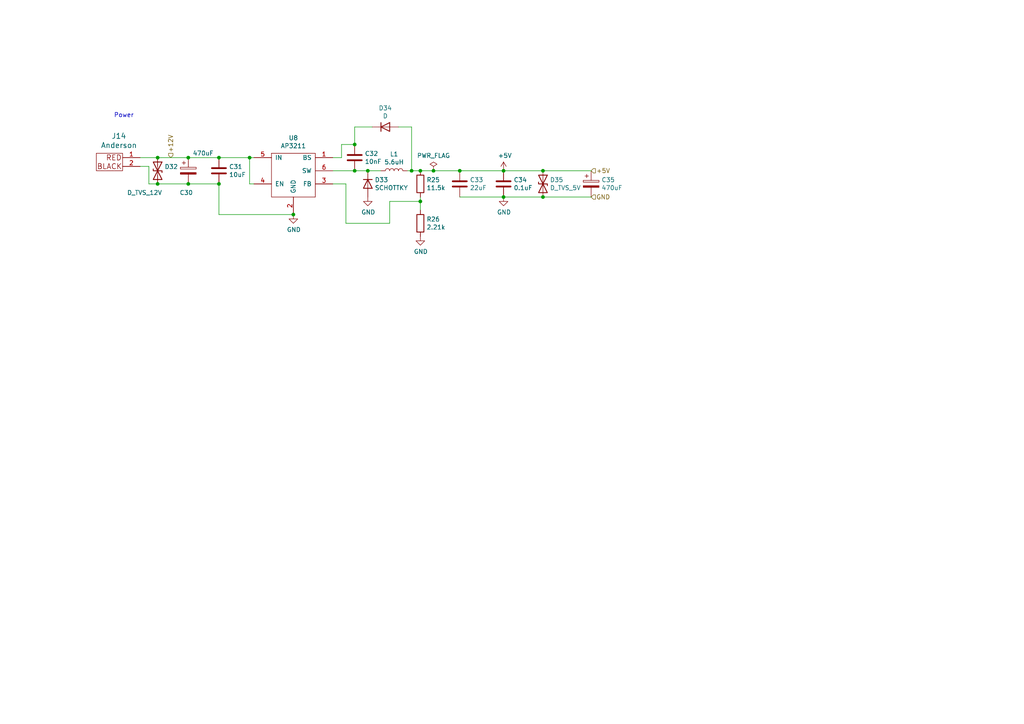
<source format=kicad_sch>
(kicad_sch (version 20211123) (generator eeschema)
  (paper "A4")
  (lib_symbols
    (symbol "Device:C" (pin_numbers hide) (pin_names (offset 0.254))
      (property "Reference" "C" (at 0.635 2.54 0))
      (property "Value" "C" (at 0.635 -2.54 0))
      (symbol "C_0_1"
        (polyline (pts (xy -2.032 -0.762) (xy 2.032 -0.762)) (stroke (width 0.508)))
        (polyline (pts (xy -2.032 0.762) (xy 2.032 0.762)) (stroke (width 0.508)))
      )
      (symbol "C_1_1"
        (pin passive line (at 0 3.81 270) (length 2.794) (name "~") (number "1"))
        (pin passive line (at 0 -3.81 90) (length 2.794) (name "~") (number "2"))
      )
    )
    (symbol "Device:CP" (pin_numbers hide) (pin_names (offset 0.254))
      (property "Reference" "C" (at 0.635 2.54 0))
      (property "Value" "Device_CP" (at 0.635 -2.54 0))
      (symbol "CP_0_1"
        (rectangle (start -2.286 0.508) (end 2.286 1.016))
        (polyline (pts (xy -1.778 2.286) (xy -0.762 2.286)))
        (polyline (pts (xy -1.27 2.794) (xy -1.27 1.778)))
        (rectangle (start 2.286 -0.508) (end -2.286 -1.016) (fill (type outline)))
      )
      (symbol "CP_1_1"
        (pin passive line (at 0 3.81 270) (length 2.794) (name "~") (number "1"))
        (pin passive line (at 0 -3.81 90) (length 2.794) (name "~") (number "2"))
      )
    )
    (symbol "Device:D" (pin_numbers hide) (pin_names (offset 1.016) hide)
      (property "Reference" "D" (at 0 2.54 0))
      (property "Value" "D" (at 0 -2.54 0))
      (symbol "D_0_1"
        (polyline (pts (xy -1.27 1.27) (xy -1.27 -1.27)) (stroke (width 0.254)))
        (polyline (pts (xy 1.27 0) (xy -1.27 0)))
        (polyline (pts (xy 1.27 1.27) (xy 1.27 -1.27) (xy -1.27 0) (xy 1.27 1.27)) (stroke (width 0.254)))
      )
      (symbol "D_1_1"
        (pin passive line (at -3.81 0 0) (length 2.54) (name "K") (number "1"))
        (pin passive line (at 3.81 0 180) (length 2.54) (name "A") (number "2"))
      )
    )
    (symbol "Device:D_TVS" (pin_numbers hide) (pin_names (offset 1.016) hide)
      (property "Reference" "D" (at 0 2.54 0))
      (property "Value" "D_TVS" (at 0 -2.54 0))
      (symbol "D_TVS_0_1"
        (polyline (pts (xy 1.27 0) (xy -1.27 0)))
        (polyline (pts (xy 0.508 1.27) (xy 0 1.27) (xy 0 -1.27) (xy -0.508 -1.27)) (stroke (width 0.254)))
        (polyline (pts (xy -2.54 1.27) (xy -2.54 -1.27) (xy 2.54 1.27) (xy 2.54 -1.27) (xy -2.54 1.27)) (stroke (width 0.254)))
      )
      (symbol "D_TVS_1_1"
        (pin passive line (at -3.81 0 0) (length 2.54) (name "A1") (number "1"))
        (pin passive line (at 3.81 0 180) (length 2.54) (name "A2") (number "2"))
      )
    )
    (symbol "Device:L" (pin_numbers hide) (pin_names (offset 1.016) hide)
      (property "Reference" "L" (at -1.27 0 90))
      (property "Value" "L" (at 1.905 0 90))
      (symbol "L_0_1"
        (arc (start 0 -2.54) (mid 0.635 -1.905) (end 0 -1.27))
        (arc (start 0 -1.27) (mid 0.635 -0.635) (end 0 0))
        (arc (start 0 0) (mid 0.635 0.635) (end 0 1.27))
        (arc (start 0 1.27) (mid 0.635 1.905) (end 0 2.54))
      )
      (symbol "L_1_1"
        (pin passive line (at 0 3.81 270) (length 1.27) (name "1") (number "1"))
        (pin passive line (at 0 -3.81 90) (length 1.27) (name "2") (number "2"))
      )
    )
    (symbol "Device:R" (pin_numbers hide) (pin_names (offset 0))
      (property "Reference" "R" (at 2.032 0 90))
      (property "Value" "R" (at 0 0 90))
      (symbol "R_0_1"
        (rectangle (start -1.016 -2.54) (end 1.016 2.54) (stroke (width 0.254)))
      )
      (symbol "R_1_1"
        (pin passive line (at 0 3.81 270) (length 1.27) (name "~") (number "1"))
        (pin passive line (at 0 -3.81 90) (length 1.27) (name "~") (number "2"))
      )
    )
    (symbol "colordance-brain-rescue:AP3211-Homebrew" (pin_names (offset 1.016))
      (property "Reference" "U" (at -17.78 -8.89 0))
      (property "Value" "colordance-brain-rescue_AP3211-Homebrew" (at -1.27 15.24 0))
      (symbol "AP3211-Homebrew_0_1"
        (rectangle (start -6.35 5.08) (end 6.35 5.08))
        (rectangle (start 6.35 -7.62) (end -6.35 5.08))
        (rectangle (start 6.35 -5.08) (end 6.35 -7.62))
        (rectangle (start 6.35 5.08) (end 6.35 -5.08))
      )
      (symbol "AP3211-Homebrew_1_1"
        (pin input line (at 11.43 3.81 180) (length 5.08) (name "BS") (number "1"))
        (pin power_in line (at 0 -12.7 90) (length 5.08) (name "GND") (number "2"))
        (pin input line (at 11.43 -3.81 180) (length 5.08) (name "FB") (number "3"))
        (pin input line (at -11.43 -3.81 0) (length 5.08) (name "EN") (number "4"))
        (pin power_in line (at -11.43 3.81 0) (length 5.08) (name "IN") (number "5"))
        (pin power_out line (at 11.43 0 180) (length 5.08) (name "SW") (number "6"))
      )
    )
    (symbol "colordance-brain-rescue:Anderson_two_redblack_src-Homebrew" (pin_names (offset 1.016))
      (property "Reference" "J" (at 0 -3.81 0))
      (property "Value" "colordance-brain-rescue_Anderson_two_redblack_src-Homebrew" (at 0 3.81 0))
      (symbol "Anderson_two_redblack_src-Homebrew_0_0"
        (text "BLACK" (at 0 -1.27 0) (effects (font (size 1.524 1.524))))
        (text "RED" (at -1.27 1.27 0) (effects (font (size 1.524 1.524))))
      )
      (symbol "Anderson_two_redblack_src-Homebrew_0_1"
        (rectangle (start -3.81 2.54) (end 3.81 -2.54))
      )
      (symbol "Anderson_two_redblack_src-Homebrew_1_1"
        (pin power_out line (at -8.89 1.27 0) (length 5.08) (name "~") (number "1"))
        (pin power_out line (at -8.89 -1.27 0) (length 5.08) (name "~") (number "2"))
      )
    )
    (symbol "power:+5V" (power) (pin_names (offset 0))
      (property "Value" "+5V" (at 0 3.556 0))
      (symbol "+5V_0_1"
        (polyline (pts (xy -0.762 1.27) (xy 0 2.54)))
        (polyline (pts (xy 0 0) (xy 0 2.54)))
        (polyline (pts (xy 0 2.54) (xy 0.762 1.27)))
      )
      (symbol "+5V_1_1"
        (pin power_in line (at 0 0 90) (length 0) hide (name "+5V") (number "1"))
      )
    )
    (symbol "power:GND" (power) (pin_names (offset 0))
      (property "Value" "GND" (at 0 -3.81 0))
      (symbol "GND_0_1"
        (polyline (pts (xy 0 0) (xy 0 -1.27) (xy 1.27 -1.27) (xy 0 -2.54) (xy -1.27 -1.27) (xy 0 -1.27)))
      )
      (symbol "GND_1_1"
        (pin power_in line (at 0 0 270) (length 0) hide (name "GND") (number "1"))
      )
    )
    (symbol "power:PWR_FLAG" (power) (pin_numbers hide) (pin_names (offset 0) hide)
      (property "Value" "PWR_FLAG" (at 0 3.81 0))
      (symbol "PWR_FLAG_0_0"
        (pin power_out line (at 0 0 90) (length 0) (name "pwr") (number "1"))
      )
      (symbol "PWR_FLAG_0_1"
        (polyline (pts (xy 0 0) (xy 0 1.27) (xy -1.016 1.905) (xy 0 2.54) (xy 1.016 1.905) (xy 0 1.27)))
      )
    )
  )
  (junction (at 119.38 49.53))
  (junction (at 146.05 57.15))
  (junction (at 157.48 49.53))
  (junction (at 72.39 45.72))
  (junction (at 157.48 57.15))
  (junction (at 121.92 58.42))
  (junction (at 63.5 45.72))
  (junction (at 125.73 49.53))
  (junction (at 133.35 49.53))
  (junction (at 54.61 53.34))
  (junction (at 102.87 41.91))
  (junction (at 54.61 45.72))
  (junction (at 121.92 49.53))
  (junction (at 146.05 49.53))
  (junction (at 45.72 53.34))
  (junction (at 106.68 49.53))
  (junction (at 85.09 62.23))
  (junction (at 63.5 53.34))
  (junction (at 102.87 49.53))
  (junction (at 45.72 45.72))
  (wire (pts (xy 146.05 57.15) (xy 133.35 57.15)))
  (wire (pts (xy 72.39 45.72) (xy 72.39 53.34)))
  (wire (pts (xy 45.72 45.72) (xy 54.61 45.72)))
  (wire (pts (xy 146.05 49.53) (xy 157.48 49.53)))
  (wire (pts (xy 171.45 57.15) (xy 157.48 57.15)))
  (wire (pts (xy 119.38 49.53) (xy 121.92 49.53)))
  (wire (pts (xy 119.38 36.83) (xy 115.57 36.83)))
  (wire (pts (xy 100.33 64.77) (xy 100.33 53.34)))
  (wire (pts (xy 121.92 57.15) (xy 121.92 58.42)))
  (wire (pts (xy 106.68 49.53) (xy 110.49 49.53)))
  (wire (pts (xy 125.73 49.53) (xy 133.35 49.53)))
  (wire (pts (xy 113.03 64.77) (xy 100.33 64.77)))
  (wire (pts (xy 43.18 48.26) (xy 43.18 53.34)))
  (wire (pts (xy 171.45 49.53) (xy 157.48 49.53)))
  (wire (pts (xy 96.52 45.72) (xy 99.06 45.72)))
  (wire (pts (xy 54.61 45.72) (xy 63.5 45.72)))
  (wire (pts (xy 96.52 49.53) (xy 102.87 49.53)))
  (wire (pts (xy 121.92 49.53) (xy 125.73 49.53)))
  (wire (pts (xy 54.61 53.34) (xy 63.5 53.34)))
  (wire (pts (xy 40.64 48.26) (xy 43.18 48.26)))
  (wire (pts (xy 72.39 45.72) (xy 73.66 45.72)))
  (wire (pts (xy 102.87 49.53) (xy 106.68 49.53)))
  (wire (pts (xy 63.5 53.34) (xy 63.5 62.23)))
  (wire (pts (xy 119.38 49.53) (xy 119.38 36.83)))
  (wire (pts (xy 121.92 58.42) (xy 113.03 58.42)))
  (wire (pts (xy 157.48 57.15) (xy 146.05 57.15)))
  (wire (pts (xy 107.95 36.83) (xy 102.87 36.83)))
  (wire (pts (xy 118.11 49.53) (xy 119.38 49.53)))
  (wire (pts (xy 121.92 58.42) (xy 121.92 60.96)))
  (wire (pts (xy 113.03 58.42) (xy 113.03 64.77)))
  (wire (pts (xy 63.5 45.72) (xy 72.39 45.72)))
  (wire (pts (xy 99.06 41.91) (xy 102.87 41.91)))
  (wire (pts (xy 99.06 45.72) (xy 99.06 41.91)))
  (wire (pts (xy 72.39 53.34) (xy 73.66 53.34)))
  (wire (pts (xy 45.72 53.34) (xy 54.61 53.34)))
  (wire (pts (xy 43.18 53.34) (xy 45.72 53.34)))
  (wire (pts (xy 133.35 49.53) (xy 146.05 49.53)))
  (wire (pts (xy 102.87 36.83) (xy 102.87 41.91)))
  (wire (pts (xy 100.33 53.34) (xy 96.52 53.34)))
  (wire (pts (xy 40.64 45.72) (xy 45.72 45.72)))
  (wire (pts (xy 63.5 62.23) (xy 85.09 62.23)))
  (text "Power" (at 33.02 34.29 0) (effects (font (size 1.27 1.27)) (justify left bottom)))
  (hierarchical_label "GND" (shape input) (at 171.45 57.15 0))
  (hierarchical_label "+5V" (shape input) (at 171.45 49.53 0))
  (hierarchical_label "+12V" (shape input) (at 49.53 45.72 90))
  (symbol (lib_id "Device:D") (at 106.68 53.34 270) (unit 1)
    (property "Reference" "D33" (at 108.6866 52.1716 90) (effects (justify left)))
    (property "Value" "SCHOTTKY" (at 108.6866 54.483 90) (effects (justify left)))
    (property "Footprint" "Diode_SMD:D_SOD-123" (effects hide))
    (property "MPN" "MBR230LSTR" (effects hide))
  )
  (symbol (lib_id "power:GND") (at 146.05 57.15 0) (unit 1)
    (property "Reference" "#PWR0100" (effects hide))
    (property "Value" "GND" (at 146.177 61.5442 0))
  )
  (symbol (lib_id "colordance-brain-rescue:AP3211-Homebrew") (at 85.09 49.53 0) (unit 1)
    (property "Reference" "U8" (at 85.09 40.005 0))
    (property "Value" "AP3211" (at 85.09 42.3164 0))
    (property "Footprint" "Package_TO_SOT_SMD:SOT-23-6" (effects hide))
    (property "MPN" "AP3211KTR-G1" (effects hide))
  )
  (symbol (lib_id "Device:CP") (at 54.61 49.53 0) (unit 1)
    (property "Reference" "C30" (at 52.07 55.88 0) (effects (justify left)))
    (property "Value" "470uF" (at 55.88 44.45 0) (effects (justify left)))
    (property "Footprint" "Capacitor_THT:CP_Radial_D10.0mm_P5.00mm" (effects hide))
    (property "MPN" "ESC477M035AH4EA" (effects hide))
  )
  (symbol (lib_id "Device:D_TVS") (at 45.72 49.53 270) (unit 1)
    (property "Reference" "D32" (at 47.7266 48.3616 90) (effects (justify left)))
    (property "Value" "D_TVS_12V" (at 36.83 55.88 90) (effects (justify left)))
    (property "Footprint" "Diode_SMD:D_SMB" (effects hide))
    (property "MPN" "SMBJ13CA" (effects hide))
  )
  (symbol (lib_id "power:GND") (at 85.09 62.23 0) (unit 1)
    (property "Reference" "#PWR096" (effects hide))
    (property "Value" "GND" (at 85.217 66.6242 0))
  )
  (symbol (lib_id "Device:R") (at 121.92 53.34 0) (unit 1)
    (property "Reference" "R25" (at 123.698 52.1716 0) (effects (justify left)))
    (property "Value" "11.5k" (at 123.698 54.483 0) (effects (justify left)))
    (property "Footprint" "Resistor_SMD:R_0603_1608Metric" (effects hide))
    (property "MPN" "RMCF0603FT11K5" (effects hide))
  )
  (symbol (lib_id "Device:C") (at 133.35 53.34 0) (unit 1)
    (property "Reference" "C33" (at 136.271 52.1716 0) (effects (justify left)))
    (property "Value" "22uF" (at 136.271 54.483 0) (effects (justify left)))
    (property "Footprint" "Capacitor_SMD:C_0805_2012Metric" (effects hide))
    (property "MPN" "LMK212BBJ226MG-T" (effects hide))
  )
  (symbol (lib_id "Device:C") (at 102.87 45.72 0) (unit 1)
    (property "Reference" "C32" (at 105.791 44.5516 0) (effects (justify left)))
    (property "Value" "10nF" (at 105.791 46.863 0) (effects (justify left)))
    (property "Footprint" "Capacitor_SMD:C_0603_1608Metric" (effects hide))
    (property "MPN" "CL10B122KB8NNNC" (effects hide))
  )
  (symbol (lib_id "Device:C") (at 146.05 53.34 0) (unit 1)
    (property "Reference" "C34" (at 148.971 52.1716 0) (effects (justify left)))
    (property "Value" "0.1uF" (at 148.971 54.483 0) (effects (justify left)))
    (property "Footprint" "Capacitor_SMD:C_0603_1608Metric" (effects hide))
  )
  (symbol (lib_id "Device:CP") (at 171.45 53.34 0) (unit 1)
    (property "Reference" "C35" (at 174.4472 52.1716 0) (effects (justify left)))
    (property "Value" "470uF" (at 174.4472 54.483 0) (effects (justify left)))
    (property "Footprint" "Capacitor_THT:CP_Radial_D10.0mm_P5.00mm" (effects hide))
    (property "MPN" "ESC477M035AH4EA" (effects hide))
  )
  (symbol (lib_id "Device:L") (at 114.3 49.53 90) (unit 1)
    (property "Reference" "L1" (at 114.3 44.704 90))
    (property "Value" "5.6uH" (at 114.3 47.0154 90))
    (property "Footprint" "Inductor_SMD:L_Taiyo-Yuden_NR-60xx" (effects hide))
    (property "MPN" "NR6028T6R0M" (effects hide))
  )
  (symbol (lib_id "power:PWR_FLAG") (at 125.73 49.53 0) (unit 1)
    (property "Reference" "#FLG02" (effects hide))
    (property "Value" "PWR_FLAG" (at 125.73 45.1358 0))
  )
  (symbol (lib_id "power:+5V") (at 146.05 49.53 0) (unit 1)
    (property "Reference" "#PWR099" (effects hide))
    (property "Value" "+5V" (at 146.431 45.1358 0))
  )
  (symbol (lib_id "power:GND") (at 121.92 68.58 0) (unit 1)
    (property "Reference" "#PWR098" (effects hide))
    (property "Value" "GND" (at 122.047 72.9742 0))
  )
  (symbol (lib_id "Device:R") (at 121.92 64.77 0) (unit 1)
    (property "Reference" "R26" (at 123.698 63.6016 0) (effects (justify left)))
    (property "Value" "2.21k" (at 123.698 65.913 0) (effects (justify left)))
    (property "Footprint" "Resistor_SMD:R_0603_1608Metric" (effects hide))
    (property "MPN" "RC1608F2211CS" (effects hide))
  )
  (symbol (lib_id "colordance-brain-rescue:Anderson_two_redblack_src-Homebrew") (at 31.75 46.99 0) (mirror y) (unit 1)
    (property "Reference" "J14" (at 34.4932 39.4462 0) (effects (font (size 1.524 1.524))))
    (property "Value" "Anderson" (at 34.4932 42.1386 0) (effects (font (size 1.524 1.524))))
    (property "Footprint" "homebrew:Anderson_1336G1_right_angle_bottom_two" (effects hide))
  )
  (symbol (lib_id "power:GND") (at 106.68 57.15 0) (unit 1)
    (property "Reference" "#PWR097" (effects hide))
    (property "Value" "GND" (at 106.807 61.5442 0))
  )
  (symbol (lib_id "Device:D") (at 111.76 36.83 0) (unit 1)
    (property "Reference" "D34" (at 111.76 31.3436 0))
    (property "Value" "D" (at 111.76 33.655 0))
    (property "Footprint" "Diode_SMD:D_SOD-323" (effects hide))
    (property "MPN" "1N4148WS-7-F" (effects hide))
  )
  (symbol (lib_id "Device:C") (at 63.5 49.53 0) (unit 1)
    (property "Reference" "C31" (at 66.421 48.3616 0) (effects (justify left)))
    (property "Value" "10uF" (at 66.421 50.673 0) (effects (justify left)))
    (property "Footprint" "Capacitor_SMD:C_0805_2012Metric" (effects hide))
  )
  (symbol (lib_id "Device:D_TVS") (at 157.48 53.34 270) (unit 1)
    (property "Reference" "D35" (at 159.4866 52.1716 90) (effects (justify left)))
    (property "Value" "D_TVS_5V" (at 159.4866 54.483 90) (effects (justify left)))
    (property "Footprint" "Diode_SMD:D_SMB" (effects hide))
    (property "MPN" "SMBJ6.0CD-M3/H" (effects hide))
  )
)
</source>
